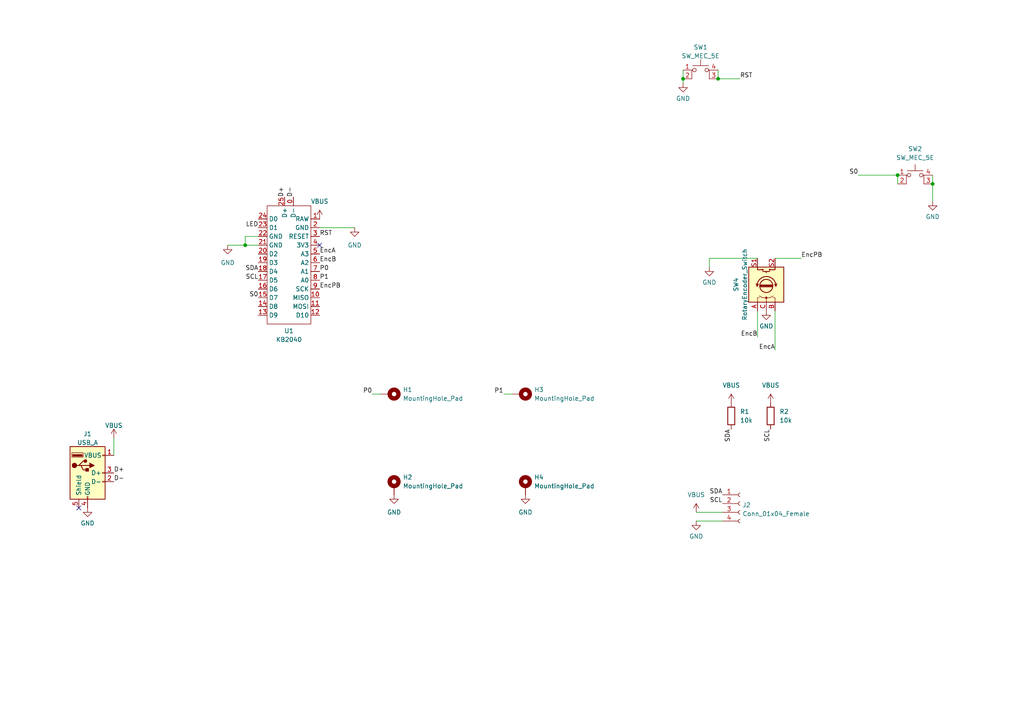
<source format=kicad_sch>
(kicad_sch (version 20211123) (generator eeschema)
  (paper "A4")
  (lib_symbols
    (symbol "Connector:Conn_01x04_Female" (pin_names (offset 1.016) hide)
      (property "Reference" "J" (at 0 5.08 0))
      (property "Value" "Conn_01x04_Female" (at 0 -7.62 0))
      (symbol "Conn_01x04_Female_1_1"
        (arc (start 0 -4.572) (mid -0.508 -5.08) (end 0 -5.588) (stroke (width 0.1524)))
        (arc (start 0 -2.032) (mid -0.508 -2.54) (end 0 -3.048) (stroke (width 0.1524)))
        (polyline (pts (xy -1.27 -5.08) (xy -0.508 -5.08)) (stroke (width 0.1524)))
        (polyline (pts (xy -1.27 -2.54) (xy -0.508 -2.54)) (stroke (width 0.1524)))
        (polyline (pts (xy -1.27 0) (xy -0.508 0)) (stroke (width 0.1524)))
        (polyline (pts (xy -1.27 2.54) (xy -0.508 2.54)) (stroke (width 0.1524)))
        (arc (start 0 0.508) (mid -0.508 0) (end 0 -0.508) (stroke (width 0.1524)))
        (arc (start 0 3.048) (mid -0.508 2.54) (end 0 2.032) (stroke (width 0.1524)))
        (pin passive line (at -5.08 2.54 0) (length 3.81) (name "Pin_1") (number "1"))
        (pin passive line (at -5.08 0 0) (length 3.81) (name "Pin_2") (number "2"))
        (pin passive line (at -5.08 -2.54 0) (length 3.81) (name "Pin_3") (number "3"))
        (pin passive line (at -5.08 -5.08 0) (length 3.81) (name "Pin_4") (number "4"))
      )
    )
    (symbol "Connector:USB_A" (pin_names (offset 1.016))
      (property "Reference" "J" (at -5.08 11.43 0))
      (property "Value" "USB_A" (at -5.08 8.89 0))
      (symbol "USB_A_0_1"
        (rectangle (start -5.08 -7.62) (end 5.08 7.62) (stroke (width 0.254)) (fill (type background)))
        (circle (center -3.81 2.159) (radius 0.635) (stroke (width 0.254)) (fill (type outline)))
        (rectangle (start -1.524 4.826) (end -4.318 5.334) (fill (type outline)))
        (rectangle (start -1.27 4.572) (end -4.572 5.842))
        (circle (center -0.635 3.429) (radius 0.381) (stroke (width 0.254)) (fill (type outline)))
        (rectangle (start -0.127 -7.62) (end 0.127 -6.858))
        (polyline (pts (xy -3.175 2.159) (xy -2.54 2.159) (xy -1.27 3.429) (xy -0.635 3.429)) (stroke (width 0.254)))
        (polyline (pts (xy -2.54 2.159) (xy -1.905 2.159) (xy -1.27 0.889) (xy 0 0.889)) (stroke (width 0.254)))
        (polyline (pts (xy 0.635 2.794) (xy 0.635 1.524) (xy 1.905 2.159) (xy 0.635 2.794)) (stroke (width 0.254)) (fill (type outline)))
        (rectangle (start 0.254 1.27) (end -0.508 0.508) (stroke (width 0.254)) (fill (type outline)))
        (rectangle (start 5.08 -2.667) (end 4.318 -2.413))
        (rectangle (start 5.08 -0.127) (end 4.318 0.127))
        (rectangle (start 5.08 4.953) (end 4.318 5.207))
      )
      (symbol "USB_A_1_1"
        (polyline (pts (xy -1.905 2.159) (xy 0.635 2.159)) (stroke (width 0.254)))
        (pin power_in line (at 7.62 5.08 180) (length 2.54) (name "VBUS") (number "1"))
        (pin bidirectional line (at 7.62 -2.54 180) (length 2.54) (name "D-") (number "2"))
        (pin bidirectional line (at 7.62 0 180) (length 2.54) (name "D+") (number "3"))
        (pin power_in line (at 0 -10.16 90) (length 2.54) (name "GND") (number "4"))
        (pin passive line (at -2.54 -10.16 90) (length 2.54) (name "Shield") (number "5"))
      )
    )
    (symbol "Device:R" (pin_numbers hide) (pin_names (offset 0))
      (property "Reference" "R" (at 2.032 0 90))
      (property "Value" "R" (at 0 0 90))
      (symbol "R_0_1"
        (rectangle (start -1.016 -2.54) (end 1.016 2.54) (stroke (width 0.254)))
      )
      (symbol "R_1_1"
        (pin passive line (at 0 3.81 270) (length 1.27) (name "~") (number "1"))
        (pin passive line (at 0 -3.81 90) (length 1.27) (name "~") (number "2"))
      )
    )
    (symbol "Device:RotaryEncoder_Switch" (pin_names (offset 0.254) hide)
      (property "Reference" "SW" (at 0 6.604 0))
      (property "Value" "RotaryEncoder_Switch" (at 0 -6.604 0))
      (symbol "RotaryEncoder_Switch_0_1"
        (rectangle (start -5.08 5.08) (end 5.08 -5.08) (stroke (width 0.254)) (fill (type background)))
        (circle (center -3.81 0) (radius 0.254) (fill (type outline)))
        (arc (start -0.381 -2.794) (mid 2.3622 -0.0508) (end -0.381 2.667) (stroke (width 0.254)))
        (circle (center -0.381 0) (radius 1.905) (stroke (width 0.254)))
        (polyline (pts (xy -0.635 -1.778) (xy -0.635 1.778)) (stroke (width 0.254)))
        (polyline (pts (xy -0.381 -1.778) (xy -0.381 1.778)) (stroke (width 0.254)))
        (polyline (pts (xy -0.127 1.778) (xy -0.127 -1.778)) (stroke (width 0.254)))
        (polyline (pts (xy 3.81 0) (xy 3.429 0)) (stroke (width 0.254)))
        (polyline (pts (xy 3.81 1.016) (xy 3.81 -1.016)) (stroke (width 0.254)))
        (polyline (pts (xy -5.08 -2.54) (xy -3.81 -2.54) (xy -3.81 -2.032)))
        (polyline (pts (xy -5.08 2.54) (xy -3.81 2.54) (xy -3.81 2.032)))
        (polyline (pts (xy 0.254 -3.048) (xy -0.508 -2.794) (xy 0.127 -2.413)) (stroke (width 0.254)))
        (polyline (pts (xy 0.254 2.921) (xy -0.508 2.667) (xy 0.127 2.286)) (stroke (width 0.254)))
        (polyline (pts (xy 5.08 -2.54) (xy 4.318 -2.54) (xy 4.318 -1.016)) (stroke (width 0.254)))
        (polyline (pts (xy 5.08 2.54) (xy 4.318 2.54) (xy 4.318 1.016)) (stroke (width 0.254)))
        (polyline (pts (xy -5.08 0) (xy -3.81 0) (xy -3.81 -1.016) (xy -3.302 -2.032)))
        (polyline (pts (xy -4.318 0) (xy -3.81 0) (xy -3.81 1.016) (xy -3.302 2.032)))
        (circle (center 4.318 -1.016) (radius 0.127) (stroke (width 0.254)))
        (circle (center 4.318 1.016) (radius 0.127) (stroke (width 0.254)))
      )
      (symbol "RotaryEncoder_Switch_1_1"
        (pin passive line (at -7.62 2.54 0) (length 2.54) (name "A") (number "A"))
        (pin passive line (at -7.62 -2.54 0) (length 2.54) (name "B") (number "B"))
        (pin passive line (at -7.62 0 0) (length 2.54) (name "C") (number "C"))
        (pin passive line (at 7.62 2.54 180) (length 2.54) (name "S1") (number "S1"))
        (pin passive line (at 7.62 -2.54 180) (length 2.54) (name "S2") (number "S2"))
      )
    )
    (symbol "GND_1" (power) (pin_names (offset 0))
      (property "Value" "GND_1" (at 0 -3.81 0))
      (symbol "GND_1_0_1"
        (polyline (pts (xy 0 0) (xy 0 -1.27) (xy 1.27 -1.27) (xy 0 -2.54) (xy -1.27 -1.27) (xy 0 -1.27)))
      )
      (symbol "GND_1_1_1"
        (pin power_in line (at 0 0 270) (length 0) hide (name "GND") (number "1"))
      )
    )
    (symbol "GND_2" (power) (pin_names (offset 0))
      (property "Value" "GND_2" (at 0 -3.81 0))
      (symbol "GND_2_0_1"
        (polyline (pts (xy 0 0) (xy 0 -1.27) (xy 1.27 -1.27) (xy 0 -2.54) (xy -1.27 -1.27) (xy 0 -1.27)))
      )
      (symbol "GND_2_1_1"
        (pin power_in line (at 0 0 270) (length 0) hide (name "GND") (number "1"))
      )
    )
    (symbol "GND_3" (power) (pin_names (offset 0))
      (property "Value" "GND_3" (at 0 -3.81 0))
      (symbol "GND_3_0_1"
        (polyline (pts (xy 0 0) (xy 0 -1.27) (xy 1.27 -1.27) (xy 0 -2.54) (xy -1.27 -1.27) (xy 0 -1.27)))
      )
      (symbol "GND_3_1_1"
        (pin power_in line (at 0 0 270) (length 0) hide (name "GND") (number "1"))
      )
    )
    (symbol "MCU_keyboard:KB2040"
      (property "Reference" "U" (at 0 5.08 0))
      (property "Value" "KB2040" (at 0 7.62 0))
      (symbol "KB2040_0_1"
        (rectangle (start -6.35 -5.08) (end 6.35 -39.37) (stroke (width 0.1524)))
      )
      (symbol "KB2040_1_1"
        (pin input line (at 1.27 -2.54 270) (length 2.54) (name "D-") (number "0"))
        (pin input line (at 8.89 -8.89 180) (length 2.54) (name "RAW") (number "1"))
        (pin input line (at 8.89 -31.75 180) (length 2.54) (name "MISO") (number "10"))
        (pin input line (at 8.89 -34.29 180) (length 2.54) (name "MOSI") (number "11"))
        (pin input line (at 8.89 -36.83 180) (length 2.54) (name "D10") (number "12"))
        (pin input line (at -8.89 -36.83 0) (length 2.54) (name "D9") (number "13"))
        (pin input line (at -8.89 -34.29 0) (length 2.54) (name "D8") (number "14"))
        (pin input line (at -8.89 -31.75 0) (length 2.54) (name "D7") (number "15"))
        (pin input line (at -8.89 -29.21 0) (length 2.54) (name "D6") (number "16"))
        (pin input line (at -8.89 -26.67 0) (length 2.54) (name "D5") (number "17"))
        (pin input line (at -8.89 -24.13 0) (length 2.54) (name "D4") (number "18"))
        (pin input line (at -8.89 -21.59 0) (length 2.54) (name "D3") (number "19"))
        (pin power_in line (at 8.89 -11.43 180) (length 2.54) (name "GND") (number "2"))
        (pin input line (at -8.89 -19.05 0) (length 2.54) (name "D2") (number "20"))
        (pin power_in line (at -8.89 -16.51 0) (length 2.54) (name "GND") (number "21"))
        (pin power_in line (at -8.89 -13.97 0) (length 2.54) (name "GND") (number "22"))
        (pin input line (at -8.89 -11.43 0) (length 2.54) (name "D1") (number "23"))
        (pin input line (at -8.89 -8.89 0) (length 2.54) (name "D0") (number "24"))
        (pin input line (at -1.27 -2.54 270) (length 2.54) (name "D+") (number "25"))
        (pin input line (at 8.89 -13.97 180) (length 2.54) (name "RESET") (number "3"))
        (pin input line (at 8.89 -16.51 180) (length 2.54) (name "3V3") (number "4"))
        (pin input line (at 8.89 -19.05 180) (length 2.54) (name "A3") (number "5"))
        (pin input line (at 8.89 -21.59 180) (length 2.54) (name "A2") (number "6"))
        (pin input line (at 8.89 -24.13 180) (length 2.54) (name "A1") (number "7"))
        (pin input line (at 8.89 -26.67 180) (length 2.54) (name "A0") (number "8"))
        (pin input line (at 8.89 -29.21 180) (length 2.54) (name "SCK") (number "9"))
      )
    )
    (symbol "Mechanical:MountingHole_Pad" (pin_numbers hide) (pin_names (offset 1.016) hide)
      (property "Reference" "H" (at 0 6.35 0))
      (property "Value" "MountingHole_Pad" (at 0 4.445 0))
      (symbol "MountingHole_Pad_0_1"
        (circle (center 0 1.27) (radius 1.27) (stroke (width 1.27)))
      )
      (symbol "MountingHole_Pad_1_1"
        (pin input line (at 0 -2.54 90) (length 2.54) (name "1") (number "1"))
      )
    )
    (symbol "Switch:SW_MEC_5E" (pin_names (offset 1.016) hide)
      (property "Reference" "SW" (at 0.635 5.715 0))
      (property "Value" "SW_MEC_5E" (at 0 -3.175 0))
      (symbol "SW_MEC_5E_0_1"
        (circle (center -1.778 2.54) (radius 0.508))
        (polyline (pts (xy -2.286 3.81) (xy 2.286 3.81)))
        (polyline (pts (xy 0 3.81) (xy 0 5.588)))
        (polyline (pts (xy -2.54 0) (xy -2.54 2.54) (xy -2.286 2.54)))
        (polyline (pts (xy 2.54 0) (xy 2.54 2.54) (xy 2.286 2.54)))
        (circle (center 1.778 2.54) (radius 0.508))
        (pin passive line (at -5.08 2.54 0) (length 2.54) (name "1") (number "1"))
        (pin passive line (at -5.08 0 0) (length 2.54) (name "2") (number "2"))
        (pin passive line (at 5.08 0 180) (length 2.54) (name "K") (number "3"))
        (pin passive line (at 5.08 2.54 180) (length 2.54) (name "A") (number "4"))
      )
    )
    (symbol "VBUS_1" (power) (pin_names (offset 0))
      (property "Value" "VBUS_1" (at 0 3.81 0))
      (symbol "VBUS_1_0_1"
        (polyline (pts (xy -0.762 1.27) (xy 0 2.54)))
        (polyline (pts (xy 0 0) (xy 0 2.54)))
        (polyline (pts (xy 0 2.54) (xy 0.762 1.27)))
      )
      (symbol "VBUS_1_1_1"
        (pin power_in line (at 0 0 90) (length 0) hide (name "VBUS") (number "1"))
      )
    )
    (symbol "VBUS_3" (power) (pin_names (offset 0))
      (property "Value" "VBUS_3" (at 0 3.81 0))
      (symbol "VBUS_3_0_1"
        (polyline (pts (xy -0.762 1.27) (xy 0 2.54)))
        (polyline (pts (xy 0 0) (xy 0 2.54)))
        (polyline (pts (xy 0 2.54) (xy 0.762 1.27)))
      )
      (symbol "VBUS_3_1_1"
        (pin power_in line (at 0 0 90) (length 0) hide (name "VBUS") (number "1"))
      )
    )
    (symbol "power:GND" (power) (pin_names (offset 0))
      (property "Value" "GND" (at 0 -3.81 0))
      (symbol "GND_0_1"
        (polyline (pts (xy 0 0) (xy 0 -1.27) (xy 1.27 -1.27) (xy 0 -2.54) (xy -1.27 -1.27) (xy 0 -1.27)))
      )
      (symbol "GND_1_1"
        (pin power_in line (at 0 0 270) (length 0) hide (name "GND") (number "1"))
      )
    )
    (symbol "power:VBUS" (power) (pin_names (offset 0))
      (property "Value" "VBUS" (at 0 3.81 0))
      (symbol "VBUS_0_1"
        (polyline (pts (xy -0.762 1.27) (xy 0 2.54)))
        (polyline (pts (xy 0 0) (xy 0 2.54)))
        (polyline (pts (xy 0 2.54) (xy 0.762 1.27)))
      )
      (symbol "VBUS_1_1"
        (pin power_in line (at 0 0 90) (length 0) hide (name "VBUS") (number "1"))
      )
    )
  )
  (junction (at 208.28 22.86))
  (junction (at 198.12 22.86))
  (junction (at 71.12 71.12))
  (junction (at 270.51 53.34))
  (junction (at 260.35 50.8))
  (no_connect (at 92.71 71.12))
  (no_connect (at 22.86 147.32))
  (wire (pts (xy 201.93 151.13) (xy 209.55 151.13)))
  (wire (pts (xy 224.79 90.17) (xy 224.79 101.6)))
  (wire (pts (xy 270.51 53.34) (xy 270.51 58.42)))
  (wire (pts (xy 33.02 127) (xy 33.02 132.08)))
  (wire (pts (xy 201.93 148.59) (xy 209.55 148.59)))
  (wire (pts (xy 260.35 50.8) (xy 260.35 53.34)))
  (wire (pts (xy 198.12 24.13) (xy 198.12 22.86)))
  (wire (pts (xy 205.74 74.93) (xy 219.71 74.93)))
  (wire (pts (xy 71.12 68.58) (xy 71.12 71.12)))
  (wire (pts (xy 71.12 71.12) (xy 66.04 71.12)))
  (wire (pts (xy 110.49 114.3) (xy 107.95 114.3)))
  (wire (pts (xy 74.93 68.58) (xy 71.12 68.58)))
  (wire (pts (xy 92.71 66.04) (xy 102.87 66.04)))
  (wire (pts (xy 208.28 20.32) (xy 208.28 22.86)))
  (wire (pts (xy 148.59 114.3) (xy 146.05 114.3)))
  (wire (pts (xy 248.92 50.8) (xy 260.35 50.8)))
  (wire (pts (xy 71.12 71.12) (xy 74.93 71.12)))
  (wire (pts (xy 214.63 22.86) (xy 208.28 22.86)))
  (wire (pts (xy 270.51 50.8) (xy 270.51 53.34)))
  (wire (pts (xy 205.74 77.47) (xy 205.74 74.93)))
  (wire (pts (xy 232.41 74.93) (xy 224.79 74.93)))
  (wire (pts (xy 219.71 90.17) (xy 219.71 97.79)))
  (wire (pts (xy 198.12 20.32) (xy 198.12 22.86)))
  (label "D-" (at 33.02 139.7 0))
  (label "D-" (at 85.09 57.15 90))
  (label "EncPB" (at 92.71 83.82 0))
  (label "EncA" (at 224.79 101.6 180))
  (label "SCL" (at 209.55 146.05 180))
  (label "EncB" (at 92.71 76.2 0))
  (label "SDA" (at 209.55 143.51 180))
  (label "D+" (at 82.55 57.15 90))
  (label "SCL" (at 223.52 124.46 270))
  (label "S0" (at 74.93 86.36 180))
  (label "RST" (at 92.71 68.58 0))
  (label "SDA" (at 74.93 78.74 180))
  (label "SCL" (at 74.93 81.28 180))
  (label "SDA" (at 212.09 124.46 270))
  (label "EncB" (at 219.71 97.79 180))
  (label "EncPB" (at 232.41 74.93 0))
  (label "RST" (at 214.63 22.86 0))
  (label "P0" (at 92.71 78.74 0))
  (label "P0" (at 107.95 114.3 180))
  (label "LED" (at 74.93 66.04 180))
  (label "D+" (at 33.02 137.16 0))
  (label "S0" (at 248.92 50.8 180))
  (label "EncA" (at 92.71 73.66 0))
  (label "P1" (at 92.71 81.28 0))
  (label "P1" (at 146.05 114.3 180))
  (symbol (lib_id "power:GND") (at 201.93 151.13 0) (unit 1)
    (property "Reference" "#PWR07" (effects hide))
    (property "Value" "GND" (at 201.93 155.5734 0))
  )
  (symbol (lib_name "GND_1") (lib_id "power:GND") (at 66.04 71.12 0) (unit 1)
    (property "Reference" "#PWR0102" (effects hide))
    (property "Value" "GND" (at 66.04 76.2 0))
  )
  (symbol (lib_id "power:GND") (at 198.12 24.13 0) (unit 1)
    (property "Reference" "#PWR09" (effects hide))
    (property "Value" "GND" (at 198.12 28.5734 0))
  )
  (symbol (lib_id "Connector:Conn_01x04_Female") (at 214.63 146.05 0) (unit 1)
    (property "Reference" "J2" (at 215.3412 146.4853 0) (effects (justify left)))
    (property "Value" "Conn_01x04_Female" (at 215.3412 149.0222 0) (effects (justify left)))
    (property "Footprint" "Connector_PinSocket_2.54mm:PinSocket_1x04_P2.54mm_Vertical" (effects hide))
  )
  (symbol (lib_id "Switch:SW_MEC_5E") (at 265.43 53.34 0) (unit 1)
    (property "Reference" "SW2" (at 265.43 43.18 0))
    (property "Value" "SW_MEC_5E" (at 265.43 45.72 0))
    (property "Footprint" "Akizuki:THAU13-AB-R" (effects hide))
    (property "Datasheet" "http://www.apem.com/int/index.php?controller=attachment&id_attachment=1371" (effects hide))
  )
  (symbol (lib_id "Mechanical:MountingHole_Pad") (at 114.3 140.97 0) (unit 1)
    (property "Reference" "H2" (at 116.84 138.4299 0) (effects (justify left)))
    (property "Value" "MountingHole_Pad" (at 116.84 140.9699 0) (effects (justify left)))
    (property "Footprint" "MountingHole:MountingHole_2.2mm_M2_DIN965_Pad" (effects hide))
  )
  (symbol (lib_id "power:VBUS") (at 33.02 127 0) (unit 1)
    (property "Reference" "#PWR02" (effects hide))
    (property "Value" "VBUS" (at 33.02 123.4242 0))
  )
  (symbol (lib_id "power:GND") (at 222.25 90.17 0) (unit 1)
    (property "Reference" "#PWR010" (effects hide))
    (property "Value" "GND" (at 222.25 94.6134 0))
  )
  (symbol (lib_name "VBUS_3") (lib_id "power:VBUS") (at 223.52 116.84 0) (unit 1)
    (property "Reference" "#PWR0108" (effects hide))
    (property "Value" "VBUS" (at 223.52 111.76 0))
  )
  (symbol (lib_id "Device:R") (at 223.52 120.65 0) (unit 1)
    (property "Reference" "R2" (at 226.06 119.3799 0) (effects (justify left)))
    (property "Value" "10k" (at 226.06 121.9199 0) (effects (justify left)))
    (property "Footprint" "Resistor_SMD:R_0603_1608Metric" (effects hide))
  )
  (symbol (lib_name "VBUS_3") (lib_id "power:VBUS") (at 212.09 116.84 0) (unit 1)
    (property "Reference" "#PWR0107" (effects hide))
    (property "Value" "VBUS" (at 212.09 111.76 0))
  )
  (symbol (lib_id "Device:R") (at 212.09 120.65 0) (unit 1)
    (property "Reference" "R1" (at 214.63 119.3799 0) (effects (justify left)))
    (property "Value" "10k" (at 214.63 121.9199 0) (effects (justify left)))
    (property "Footprint" "Resistor_SMD:R_0603_1608Metric" (effects hide))
  )
  (symbol (lib_name "VBUS_3") (lib_id "power:VBUS") (at 201.93 148.59 0) (unit 1)
    (property "Reference" "#PWR0101" (effects hide))
    (property "Value" "VBUS" (at 201.93 143.51 0))
  )
  (symbol (lib_name "GND_3") (lib_id "power:GND") (at 114.3 143.51 0) (unit 1)
    (property "Reference" "#PWR0106" (effects hide))
    (property "Value" "GND" (at 114.3 148.59 0))
  )
  (symbol (lib_name "GND_3") (lib_id "power:GND") (at 152.4 143.51 0) (unit 1)
    (property "Reference" "#PWR0105" (effects hide))
    (property "Value" "GND" (at 152.4 148.59 0))
  )
  (symbol (lib_id "power:GND") (at 270.51 58.42 0) (unit 1)
    (property "Reference" "#PWR012" (effects hide))
    (property "Value" "GND" (at 270.51 62.8634 0))
  )
  (symbol (lib_id "Mechanical:MountingHole_Pad") (at 151.13 114.3 270) (unit 1)
    (property "Reference" "H3" (at 154.94 113.0299 90) (effects (justify left)))
    (property "Value" "MountingHole_Pad" (at 154.94 115.5699 90) (effects (justify left)))
    (property "Footprint" "MountingHole:MountingHole_2.2mm_M2_DIN965_Pad" (effects hide))
  )
  (symbol (lib_name "VBUS_1") (lib_id "power:VBUS") (at 92.71 63.5 0) (unit 1)
    (property "Reference" "#PWR0103" (effects hide))
    (property "Value" "VBUS" (at 92.71 58.42 0))
  )
  (symbol (lib_id "power:GND") (at 25.4 147.32 0) (unit 1)
    (property "Reference" "#PWR01" (effects hide))
    (property "Value" "GND" (at 25.4 151.7634 0))
  )
  (symbol (lib_id "Device:RotaryEncoder_Switch") (at 222.25 82.55 90) (unit 1)
    (property "Reference" "SW4" (at 213.4702 82.55 0))
    (property "Value" "RotaryEncoder_Switch" (at 216.0071 82.55 0))
    (property "Footprint" "Rotary_Encoder:RotaryEncoder_Alps_EC12E-Switch_Vertical_H20mm_CircularMountingHoles" (effects hide))
  )
  (symbol (lib_id "Switch:SW_MEC_5E") (at 203.2 22.86 0) (unit 1)
    (property "Reference" "SW1" (at 203.2 13.6992 0))
    (property "Value" "SW_MEC_5E" (at 203.2 16.2361 0))
    (property "Footprint" "Akizuki:THAU13-AB-R" (effects hide))
    (property "Datasheet" "http://www.apem.com/int/index.php?controller=attachment&id_attachment=1371" (effects hide))
  )
  (symbol (lib_id "Mechanical:MountingHole_Pad") (at 152.4 140.97 0) (unit 1)
    (property "Reference" "H4" (at 154.94 138.4299 0) (effects (justify left)))
    (property "Value" "MountingHole_Pad" (at 154.94 140.9699 0) (effects (justify left)))
    (property "Footprint" "MountingHole:MountingHole_2.2mm_M2_DIN965_Pad" (effects hide))
  )
  (symbol (lib_id "Connector:USB_A") (at 25.4 137.16 0) (unit 1)
    (property "Reference" "J1" (at 25.4 125.8402 0))
    (property "Value" "USB_A" (at 25.4 128.3771 0))
    (property "Footprint" "Akizuki:USB-4AM103" (effects hide))
    (property "Datasheet" " ~" (effects hide))
  )
  (symbol (lib_id "MCU_keyboard:KB2040") (at 83.82 54.61 0) (unit 1)
    (property "Reference" "U1" (at 83.82 95.9596 0))
    (property "Value" "KB2040" (at 83.82 98.4965 0))
    (property "Footprint" "QMK:KB2040" (effects hide))
  )
  (symbol (lib_name "GND_2") (lib_id "power:GND") (at 102.87 66.04 0) (unit 1)
    (property "Reference" "#PWR0104" (effects hide))
    (property "Value" "GND" (at 102.87 71.12 0))
  )
  (symbol (lib_id "Mechanical:MountingHole_Pad") (at 113.03 114.3 270) (unit 1)
    (property "Reference" "H1" (at 116.84 113.0299 90) (effects (justify left)))
    (property "Value" "MountingHole_Pad" (at 116.84 115.5699 90) (effects (justify left)))
    (property "Footprint" "MountingHole:MountingHole_2.2mm_M2_DIN965_Pad" (effects hide))
  )
  (symbol (lib_id "power:GND") (at 205.74 77.47 0) (unit 1)
    (property "Reference" "#PWR011" (effects hide))
    (property "Value" "GND" (at 205.74 81.9134 0))
  )
)
</source>
